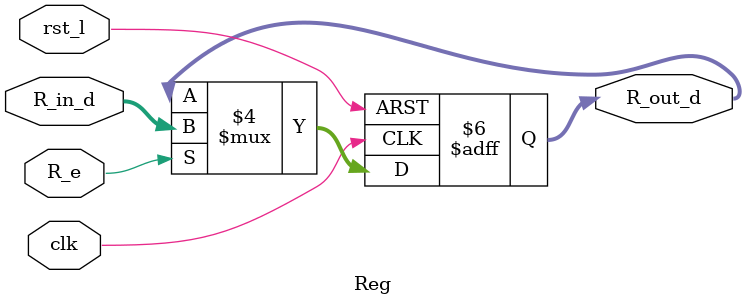
<source format=v>
`timescale 1ns / 1ps


module Reg(
input clk,
input rst_l,
input [31:0]R_in_d,
input R_e,

output reg [31:0]R_out_d

    );
       always@(posedge clk,negedge rst_l)
        if(!rst_l)
             R_out_d<=32'h0;
        else    if(R_e)
                   R_out_d<=R_in_d;
                else
                     R_out_d<=R_out_d;
endmodule

</source>
